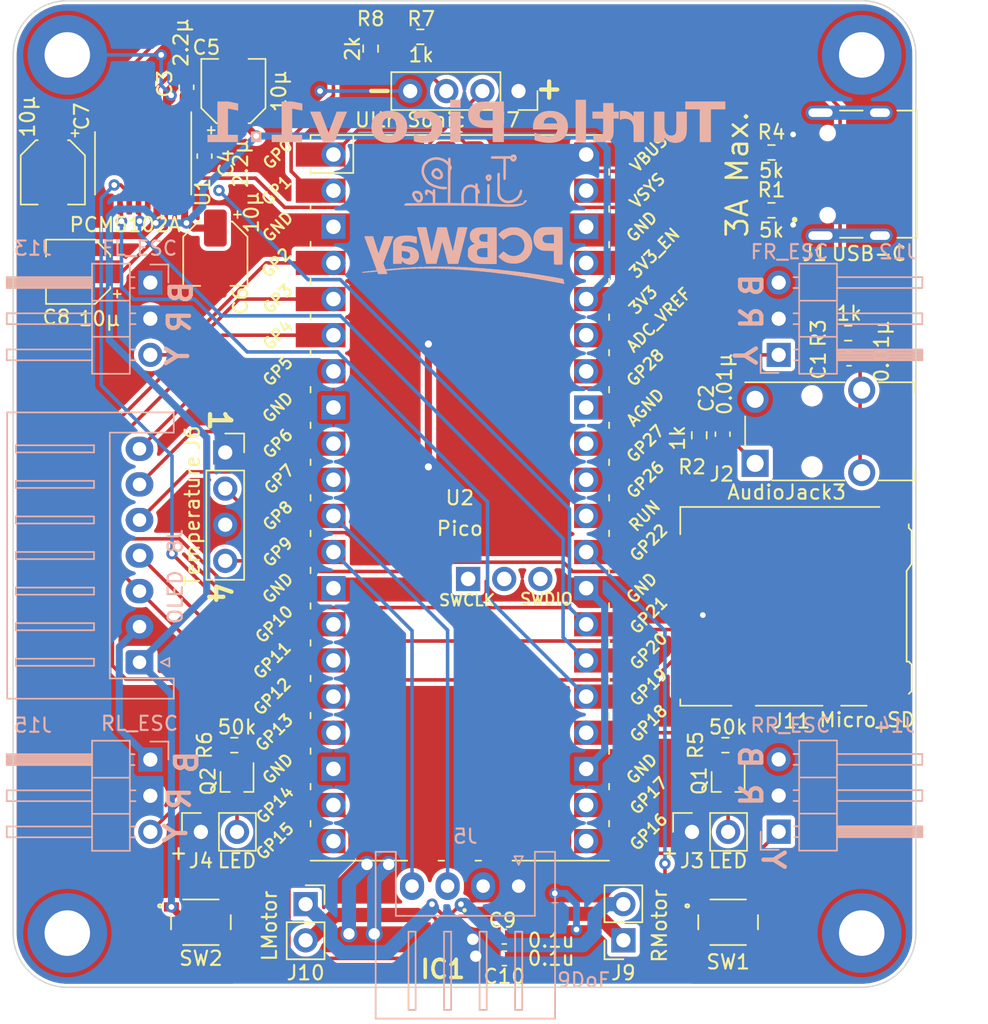
<source format=kicad_pcb>
(kicad_pcb (version 20221018) (generator pcbnew)
  (layers (0 "F.Cu" signal) (31 "B.Cu" signal) (34 "B.Paste" user) (35 "F.Paste" user) (36 "B.SilkS" user "B.Silkscreen") (37 "F.SilkS" user "F.Silkscreen") (38 "B.Mask" user) (39 "F.Mask" user) (44 "Edge.Cuts" user))
  (net 0 "")
  (net 1 "GND")
  (net 2 "+3.3V")
  (net 3 "+5V")
  (net 4 "Net-(J1-DN1)")
  (net 7 "Net-(J3-Pin_2)")
  (net 8 "/GP8")
  (net 9 "/GP9")
  (net 10 "/GP13")
  (net 11 "/GP10")
  (net 12 "/GP11")
  (net 13 "/GP16")
  (net 14 "/GP17")
  (net 15 "/GP15")
  (net 16 "/GP7")
  (net 17 "/GP2")
  (net 18 "/GP3")
  (net 19 "/GP4")
  (net 20 "/GP5")
  (net 21 "/GP12")
  (net 22 "/GP6")
  (net 23 "Net-(Q1-B)")
  (net 24 "Net-(Q2-B)")
  (net 25 "/GP28")
  (net 26 "/GP27")
  (net 27 "/GP14")
  (net 28 "/GP22")
  (net 29 "/GP18")
  (net 30 "/GP19")
  (net 31 "/GP20")
  (net 32 "/GP21")
  (net 33 "Net-(C1-Pad1)")
  (net 34 "Net-(U1-CAPP)")
  (net 35 "Net-(U1-CAPM)")
  (net 36 "Net-(U1-VNEG)")
  (net 37 "Net-(U1-LDOO)")
  (net 38 "Net-(IC1-AOUT1)")
  (net 39 "Net-(IC1-AOUT2)")
  (net 40 "Net-(IC1-BOUT1)")
  (net 41 "Net-(IC1-BOUT2)")
  (net 42 "Net-(J1-CC1)")
  (net 43 "Net-(J1-DP1)")
  (net 44 "Net-(J1-CC2)")
  (net 45 "Net-(J4-Pin_2)")
  (net 46 "Net-(J7-Pin_3)")
  (net 47 "/GP0")
  (net 48 "/GP1")
  (net 53 "Net-(C2-Pad1)")
  (net 54 "Net-(U1-OUTR)")
  (net 55 "Net-(U1-OUTL)")
  (footprint "MountingHole:MountingHole_3.2mm_M3_DIN965_Pad" (layer "F.Cu") (at 117.856 126.492)
    (fp_text reference "REF**")
    (fp_text value "MountingHole_3.2mm_M3_DIN965_Pad" hide)
  )
  (footprint "Package_TO_SOT_SMD:SOT-323_SC-70" (layer "F.Cu") (at 164.338 115.84 -90)
    (fp_text reference "Q1")
    (fp_text value "2SC4213" hide)
  )
  (footprint "Resistor_SMD:R_0603_1608Metric" (layer "F.Cu") (at 167.386 71.628)
    (fp_text reference "R4")
    (fp_text value "5k")
  )
  (footprint "Resistor_SMD:R_0603_1608Metric" (layer "F.Cu") (at 139.192 64.325 -90)
    (fp_text reference "R8")
    (fp_text value "2k")
  )
  (footprint "Resistor_SMD:R_0603_1608Metric" (layer "F.Cu") (at 142.685 63.5 180)
    (fp_text reference "R7")
    (fp_text value "1k")
  )
  (footprint "DRV8835:DRV8835DSSR" (layer "F.Cu") (at 144.546 126.934 -90)
    (fp_text reference "IC1")
    (fp_text value "DRV8835DSSR" hide)
  )
  (footprint "Resistor_SMD:R_0603_1608Metric" (layer "F.Cu") (at 129.603 113.284 180)
    (fp_text reference "R6")
    (fp_text value "50k")
  )
  (footprint "MountingHole:MountingHole_3.2mm_M3_DIN965_Pad" (layer "F.Cu") (at 173.736 126.492)
    (fp_text reference "REF**")
    (fp_text value "MountingHole_3.2mm_M3_DIN965_Pad" hide)
  )
  (footprint "Resistor_SMD:R_0603_1608Metric" (layer "F.Cu") (at 164.147 113.284 180)
    (fp_text reference "R5")
    (fp_text value "50k")
  )
  (footprint "Connector_Audio:Jack_3.5mm_Switronic_ST-005-G_horizontal" (layer "F.Cu") (at 172.736 91.226 180)
    (fp_text reference "J2")
    (fp_text value "AudioJack3")
  )
  (footprint "Connector_PinSocket_2.54mm:PinSocket_1x02_P2.54mm_Vertical" (layer "F.Cu") (at 134.62 124.46)
    (fp_text reference "J10")
    (fp_text value "LMotor")
  )
  (footprint "Connector_PinSocket_2.54mm:PinSocket_1x02_P2.54mm_Vertical" (layer "F.Cu") (at 156.972 127 180)
    (fp_text reference "J9")
    (fp_text value "RMotor")
  )
  (footprint "Capacitor_SMD:C_0603_1608Metric" (layer "F.Cu") (at 163.957 91.427 90)
    (fp_text reference "C2")
    (fp_text value "0.01µ")
  )
  (footprint "SW_SKRPACE010:SW_SKRPACE010" (layer "F.Cu") (at 127.254 125.73)
    (fp_text reference "SW2")
    (fp_text value "SW_Push" hide)
  )
  (footprint "Capacitor_SMD:CP_Elec_4x5.4" (layer "F.Cu") (at 128.27 78.74 -90)
    (fp_text reference "C6")
    (fp_text value "10µ")
  )
  (footprint "Resistor_SMD:R_0603_1608Metric" (layer "F.Cu") (at 172.783 84.328)
    (fp_text reference "R3")
    (fp_text value "1k")
  )
  (footprint "Capacitor_SMD:C_0603_1608Metric" (layer "F.Cu") (at 126.238 67.043 90)
    (fp_text reference "C3")
    (fp_text value "2.2µ")
  )
  (footprint "Connector_PinSocket_2.54mm:PinSocket_1x04_P2.54mm_Vertical" (layer "F.Cu") (at 128.965 92.71)
    (fp_text reference "J6")
    (fp_text value "Temperature")
  )
  (footprint "Connector_PinSocket_2.54mm:PinSocket_1x02_P2.54mm_Vertical" (layer "F.Cu") (at 127.254 119.38 90)
    (fp_text reference "J4")
    (fp_text value "LED")
  )
  (footprint "Capacitor_SMD:C_0603_1608Metric" (layer "F.Cu") (at 148.59 126.746)
    (fp_text reference "C9")
    (fp_text value "0.1u")
  )
  (footprint "SW_SKRPACE010:SW_SKRPACE010" (layer "F.Cu") (at 164.338 125.73)
    (fp_text reference "SW1")
    (fp_text value "SW_Push" hide)
  )
  (footprint "Connector_PinSocket_2.54mm:PinSocket_1x04_P2.54mm_Vertical" (layer "F.Cu") (at 149.596 67.31 -90)
    (fp_text reference "J7")
    (fp_text value "UltraSonic")
  )
  (footprint "RPi_Pico:RPi_Pico_SMD_TH" (layer "F.Cu") (at 145.4659 95.9)
    (fp_text reference "U2")
    (fp_text value "Pico")
  )
  (footprint "Connector_Card:microSD_HC_Hirose_DM3AT-SF-PEJM5" (layer "F.Cu") (at 168.858 103.535 90)
    (fp_text reference "J11")
    (fp_text value "Micro_SD")
  )
  (footprint "Capacitor_SMD:CP_Elec_4x5.4" (layer "F.Cu") (at 118.618 80.01 180)
    (fp_text reference "C8")
    (fp_text value "10µ")
  )
  (footprint "Resistor_SMD:R_0603_1608Metric" (layer "F.Cu") (at 167.386 75.692)
    (fp_text reference "R1")
    (fp_text value "5k")
  )
  (footprint "Connector_PinSocket_2.54mm:PinSocket_1x02_P2.54mm_Vertical" (layer "F.Cu") (at 161.798 119.38 90)
    (fp_text reference "J3")
    (fp_text value "LED")
  )
  (footprint "Package_SO:TSSOP-20_4.4x6.5mm_P0.65mm" (layer "F.Cu") (at 123.19 72.39 -90)
    (fp_text reference "U1")
    (fp_text value "PCM5102A")
  )
  (footprint "Capacitor_SMD:C_0603_1608Metric" (layer "F.Cu") (at 148.603 128.27)
    (fp_text reference "C10")
    (fp_text value "0.1u")
  )
  (footprint "MountingHole:MountingHole_3.2mm_M3_DIN965_Pad" (layer "F.Cu") (at 117.856 64.77)
    (fp_text reference "REF**")
    (fp_text value "MountingHole_3.2mm_M3_DIN965_Pad" hide)
  )
  (footprint "NELTRON_5077CR-16SMC2-BK-TR:NELTRON_5077CR-16SMC2-BK-TR" (layer "F.Cu") (at 171.3375 73.15 90)
    (fp_text reference "J1")
    (fp_text value "USB-C")
  )
  (footprint "MountingHole:MountingHole_3.2mm_M3_DIN965_Pad" (layer "F.Cu") (at 173.736 64.77)
    (fp_text reference "REF**")
    (fp_text value "MountingHole_3.2mm_M3_DIN965_Pad" hide)
  )
  (footprint "Package_TO_SOT_SMD:SOT-323_SC-70" (layer "F.Cu") (at 129.794 115.84 -90)
    (fp_text reference "Q2")
    (fp_text value "2SC4213" hide)
  )
  (footprint "Capacitor_SMD:CP_Elec_4x5.4" (layer "F.Cu") (at 116.84 73.025 -90)
    (fp_text reference "C7")
    (fp_text value "10µ")
  )
  (footprint "Capacitor_SMD:CP_Elec_4x5.4" (layer "F.Cu") (at 129.54 67.31 90)
    (fp_text reference "C5")
    (fp_text value "10µ")
  )
  (footprint "Resistor_SMD:R_0603_1608Metric" (layer "F.Cu") (at 162.306 91.503 -90)
    (fp_text reference "R2")
    (fp_text value "1k")
  )
  (footprint "Capacitor_SMD:C_0603_1608Metric" (layer "F.Cu") (at 127.508 71.882 -90)
    (fp_text reference "C4")
    (fp_text value "2.2µ")
  )
  (footprint "Capacitor_SMD:C_0603_1608Metric" (layer "F.Cu") (at 172.847 86.106 180)
    (fp_text reference "C1")
    (fp_text value "0.01µ")
  )
  (footprint "Connector_PinHeader_2.54mm:PinHeader_1x03_P2.54mm_Horizontal" (layer "B.Cu") (at 167.894 119.365)
    (fp_text reference "J14")
    (fp_text value "RR_ESC")
  )
  (footprint "PCBWay:PCBWay" (layer "B.Cu") (at 145.796 78.74 180)
    (fp_text reference "G***" hide)
    (fp_text value "LOGO" hide)
  )
  (footprint "Connector_JST:JST_XH_S7B-XH-A_1x07_P2.50mm_Horizontal" (layer "B.Cu") (at 122.936 107.456 90)
    (fp_text reference "J8")
    (fp_text value "OLED")
  )
  (footprint "Connector_PinHeader_2.54mm:PinHeader_1x03_P2.54mm_Horizontal" (layer "B.Cu") (at 123.698 80.772 180)
    (fp_text reference "J13")
    (fp_text value "FL_ESC")
  )
  (footprint "Connector_PinHeader_2.54mm:PinHeader_1x03_P2.54mm_Horizontal" (layer "B.Cu") (at 167.894 85.852)
    (fp_text reference "J12")
    (fp_text value "FR_ESC")
  )
  (footprint "Connector_PinHeader_2.54mm:PinHeader_1x03_P2.54mm_Horizontal" (layer "B.Cu") (at 123.698 114.3 180)
    (fp_text reference "J15")
    (fp_text value "RL_ESC")
  )
  (footprint "JinPro:JinPro" (layer "B.Cu") (at 145.796 73.66 180)
    (fp_text reference "G***" hide)
    (fp_text value "LOGO" hide)
  )
  (footprint "Connector_JST:JST_XH_S4B-XH-A_1x04_P2.50mm_Horizontal" (layer "B.Cu") (at 149.606 123.19 180)
    (fp_text reference "J5")
    (fp_text value "9DoF")
  )
  (gr_line (start 177.546 64.770006) (end 177.546 126.492) (stroke (width 0.1)) (layer "Edge.Cuts"))
  (gr_line (start 117.856065 60.960025) (end 173.736 60.96) (stroke (width 0.1)) (layer "Edge.Cuts"))
  (gr_line (start 173.736 130.302) (end 117.856 130.302) (stroke (width 0.1)) (layer "Edge.Cuts"))
  (gr_arc (start 173.736 60.96) (mid 176.430085 62.075922) (end 177.546 64.77) (stroke (width 0.1)) (layer "Edge.Cuts"))
  (gr_arc (start 114.045987 64.770038) (mid 115.161934 62.075923) (end 117.856065 60.960025) (stroke (width 0.1)) (layer "Edge.Cuts"))
  (gr_line (start 114.046 126.492) (end 114.045987 64.770038) (stroke (width 0.1)) (layer "Edge.Cuts"))
  (gr_arc (start 177.546 126.492) (mid 176.430077 129.186077) (end 173.736 130.302) (stroke (width 0.1)) (layer "Edge.Cuts"))
  (gr_arc (start 117.856 130.302) (mid 115.161923 129.186077) (end 114.046 126.492) (stroke (width 0.1)) (layer "Edge.Cuts"))
  (gr_text "Y" (at 126.365 118.618 90) (layer "B.SilkS") (effects (font (size 1.5 1.5) (thickness 0.3) bold) (justify left bottom mirror)))
  (gr_text "R" (at 164.973 84.201 -90) (layer "B.SilkS") (effects (font (size 1.5 1.5) (thickness 0.3) bold) (justify left bottom mirror)))
  (gr_text "B" (at 127.127 113.538 90) (layer "B.SilkS") (effects (font (size 1.5 1.5) (thickness 0.3) bold) (justify left bottom mirror)))
  (gr_text "R" (at 126.619 116.078 90) (layer "B.SilkS") (effects (font (size 1.5 1.5) (thickness 0.3) bold) (justify left bottom mirror)))
  (gr_text "Y" (at 166.624 122.174 -90) (layer "B.SilkS") (effects (font (size 1.5 1.5) (thickness 0.3) bold) (justify left bottom mirror)))
  (gr_text "R" (at 126.619 82.55 90) (layer "B.SilkS") (effects (font (size 1.5 1.5) (thickness 0.3) bold) (justify left bottom mirror)))
  (gr_text "Y" (at 164.592 86.741 -90) (layer "B.SilkS") (effects (font (size 1.5 1.5) (thickness 0.3) bold) (justify left bottom mirror)))
  (gr_text "B" (at 166.878 80.01 90) (layer "B.SilkS") (effects (font (size 1.5 1.5) (thickness 0.3) bold) (justify left bottom mirror)))
  (gr_text "B" (at 164.973 115.062 -90) (layer "B.SilkS") (effects (font (size 1.5 1.5) (thickness 0.3) bold) (justify left bottom mirror)))
  (gr_text "Y" (at 126.492 85.09 90) (layer "B.SilkS") (effects (font (size 1.5 1.5) (thickness 0.3) bold) (justify left bottom mirror)))
  (gr_text "Turtle Pico v1.1" (at 145.796 71.374) (layer "B.SilkS") (effects (font (size 2.8 3) (thickness 0.3) bold) (justify bottom mirror)))
  (gr_text "B" (at 126.746 80.518 90) (layer "B.SilkS") (effects (font (size 1.5 1.5) (thickness 0.3) bold) (justify left bottom mirror)))
  (gr_text "R" (at 164.973 117.729 -90) (layer "B.SilkS") (effects (font (size 1.5 1.5) (thickness 0.3) bold) (justify left bottom mirror)))
  (gr_text "3A Max." (at 165.862 77.724 90) (layer "F.SilkS") (effects (font (size 1.5 1.5) (thickness 0.1875)) (justify left bottom)))
  (gr_text "+" (at 124.968 121.412) (layer "F.SilkS") (effects (font (size 1 1)) (justify left bottom)))
  (gr_text "1" (at 127.695 89.535 -90) (layer "F.SilkS") (effects (font (size 1.5 1.5) (thickness 0.3) bold) (justify left bottom)))
  (gr_text "+" (at 150.622 67.975) (layer "F.SilkS") (effects (font (size 1.5 1.5) (thickness 0.3) bold) (justify left bottom)))
  (gr_text "4" (at 127.635 101.66 -90) (layer "F.SilkS") (effects (font (size 1.5 1.5) (thickness 0.3) bold) (justify left bottom)))
  (gr_text "+" (at 159.512 121.412) (layer "F.SilkS") (effects (font (size 1 1)) (justify left bottom)))
  (gr_text "-" (at 138.684 68.072) (layer "F.SilkS") (effects (font (size 1.5 1.5) (thickness 0.3) bold) (justify left bottom)))
  (segment (start 137.7509 98.345) (end 138.938 97.1579) (width 0.25) (layer "F.Cu") (net 1))
  (segment (start 128.965 97.79) (end 129.52 98.345) (width 0.25) (layer "F.Cu") (net 1))
  (segment (start 137.048 89.55) (end 136.5759 89.55) (width 0.25) (layer "F.Cu") (net 1))
  (segment (start 138.938 97.1579) (end 138.938 91.44) (width 0.25) (layer "F.Cu") (net 1))
  (segment (start 138.938 91.44) (end 137.048 89.55) (width 0.25) (layer "F.Cu") (net 1))
  (segment (start 129.52 98.345) (end 137.7509 98.345) (width 0.25) (layer "F.Cu") (net 1))
  (via (at 137.668 126.5428) (size 1.2) (drill 0.8) (layers "F.Cu" "B.Cu") (net 1))
  (via (at 152.146 123.698) (size 0.8) (drill 0.4) (layers "F.Cu" "B.Cu") (net 1))
  (via (at 135.636 67.31) (size 0.8) (drill 0.4) (layers "F.Cu" "B.Cu") (net 1))
  (via (at 125.163 67.604959) (size 0.8) (drill 0.4) (layers "F.Cu" "B.Cu") (net 1))
  (via (at 138.938 121.666) (size 1.2) (drill 0.8) (layers "F.Cu" "B.Cu") (net 1))
  (via (at 124.46 64.77) (size 0.8) (drill 0.4) (layers "F.Cu" "B.Cu") (net 1))
  (via (at 140.462 121.666) (size 1.2) (drill 0.8) (layers "F.Cu" "B.Cu") (net 1))
  (via (at 139.446 126.5428) (size 1.2) (drill 0.8) (layers "F.Cu" "B.Cu") (net 1))
  (via (at 153.67 126.238) (size 0.8) (drill 0.4) (layers "F.Cu" "B.Cu") (net 1))
  (segment (start 153.67 124.46) (end 153.67 126.238) (width 0.48) (layer "B.Cu") (net 1))
  (segment (start 155.6559 113.65) (end 155.6559 103.55) (width 0.5) (layer "B.Cu") (net 1))
  (segment (start 153.67 124.46) (end 152.908 123.698) (width 0.48) (layer "B.Cu") (net 1))
  (segment (start 170.8375 68.83) (end 175.0175 68.83) (width 1) (layer "B.Cu") (net 1))
  (segment (start 170.8375 77.47) (end 175.0175 77.47) (width 1) (layer "B.Cu") (net 1))
  (segment (start 139.446 126.5428) (end 139.446 122.682) (width 1) (layer "B.Cu") (net 1))
  (segment (start 124.46 66.901959) (end 125.163 67.604959) (width 0.25) (layer "B.Cu") (net 1))
  (segment (start 137.668 126.5428) (end 137.668 122.936) (width 1) (layer "B.Cu") (net 1))
  (segment (start 152.908 123.698) (end 152.146 123.698) (width 0.48) (layer "B.Cu") (net 1))
  (segment (start 139.446 122.682) (end 140.462 121.666) (width 1) (layer "B.Cu") (net 1))
  (segment (start 124.46 64.77) (end 124.46 66.901959) (width 0.25) (layer "B.Cu") (net 1))
  (segment (start 155.6559 103.55) (end 154.3559 102.25) (width 0.5) (layer "B.Cu") (net 1))
  (segment (start 123.698 114.3) (end 121.511 112.113) (width 0.5) (layer "B.Cu") (net 1))
  (segment (start 137.668 122.936) (end 138.938 121.666) (width 1) (layer "B.Cu") (net 1))
  (segment (start 124.46 64.77) (end 117.856 64.77) (width 0.25) (layer "B.Cu") (net 1))
  (segment (start 121.511 112.113) (end 121.511 106.381) (width 0.5) (layer "B.Cu") (net 1))
  (segment (start 121.511 106.381) (end 122.936 104.956) (width 0.5) (layer "B.Cu") (net 1))
  (segment (start 154.3559 114.95) (end 155.6559 113.65) (width 0.5) (layer "B.Cu") (net 1))
  (segment (start 141.976 67.31) (end 135.636 67.31) (width 0.25) (layer "B.Cu") (net 1))
  (segment (start 128.27 76.94) (end 126.732 76.94) (width 0.5) (layer "F.Cu") (net 2))
  (segment (start 129.1225 69.5275) (end 129.54 69.11) (width 0.5) (layer "F.Cu") (net 2))
  (segment (start 115.57 76.151878) (end 115.57 72.495) (width 0.5) (layer "F.Cu") (net 2))
  (segment (start 126.373 76.581) (end 126.238 76.581) (width 0.5) (layer "F.Cu") (net 2))
  (segment (start 124.165 76.427082) (end 124.079 76.513082) (width 0.5) (layer "F.Cu") (net 2))
  (segment (start 126.238 76.446) (end 126.115 76.323) (width 0.5) (layer "F.Cu") (net 2))
  (segment (start 123.122082 77.47) (end 116.888122 77.47) (width 0.5) (layer "F.Cu") (net 2))
  (segment (start 120.735588 71.225) (end 116.84 71.225) (width 0.5) (layer "F.Cu") (net 2))
  (segment (start 163.238 125.63) (end 162.263 124.655) (width 0.5) (layer "F.Cu") (net 2))
  (segment (start 121.565 69.5275) (end 121.565 70.395588) (width 0.5) (layer "F.Cu") (net 2))
  (segment (start 126.115 76.323) (end 126.115 75.2525) (width 0.5) (layer "F.Cu") (net 2))
  (segment (start 126.732 76.94) (end 126.373 76.581) (width 0.5) (layer "F.Cu") (net 2))
  (segment (start 129.54 69.11) (end 129.786918 69.11) (width 0.5) (layer "F.Cu") (net 2))
  (segment (start 163.238 127.58) (end 163.238 125.63) (width 0.5) (layer "F.Cu") (net 2))
  (segment (start 124.079 76.581) (end 124.011082 76.581) (width 0.5) (layer "F.Cu") (net 2))
  (segment (start 129.786918 69.11) (end 131.146918 70.47) (width 0.5) (layer "F.Cu") (net 2))
  (segment (start 126.238 76.581) (end 126.238 76.446) (width 0.5) (layer "F.Cu") (net 2))
  (segment (start 116.888122 77.47) (end 115.57 76.151878) (width 0.5) (layer "F.Cu") (net 2))
  (segment (start 126.115 69.5275) (end 129.1225 69.5275) (width 0.5) (layer "F.Cu") (net 2))
  (segment (start 121.565 70.395588) (end 120.735588 71.225) (width 0.5) (layer "F.Cu") (net 2))
  (segment (start 124.165 75.2525) (end 124.165 76.427082) (width 0.5) (layer "F.Cu") (net 2))
  (segment (start 125.179 124.655) (end 130.269 129.745) (width 0.5) (layer "F.Cu") (net 2))
  (segment (start 124.011082 76.581) (end 123.122082 77.47) (width 0.5) (layer "F.Cu") (net 2))
  (segment (start 124.079 76.513082) (end 124.079 76.581) (width 0.5) (layer "F.Cu") (net 2))
  (segment (start 130.269 129.745) (end 161.073 129.745) (width 0.5) (layer "F.Cu") (net 2))
  (segment (start 161.073 129.745) (end 163.238 127.58) (width 0.5) (layer "F.Cu") (net 2))
  (segment (start 115.57 72.495) (end 116.84 71.225) (width 0.5) (layer "F.Cu") (net 2))
  (via (at 131.146918 70.47) (size 0.8) (drill 0.4) (layers "F.Cu" "B.Cu") (net 2))
  (via (at 125.179 124.655) (size 0.8) (drill 0.4) (layers "F.Cu" "B.Cu") (net 2))
  (via (at 126.238 76.581) (size 0.8) (drill 0.4) (layers "F.Cu" "B.Cu") (net 2))
  (via (at 124.079 76.581) (size 0.8) (drill 0.4) (layers "F.Cu" "B.Cu") (net 2))
  (segment (start 124.079 76.581) (end 126.238 76.581) (width 0.5) (layer "B.Cu") (net 2))
  (segment (start 127.381 74.235918) (end 131.146918 70.47) (width 0.5) (layer "B.Cu") (net 2))
  (segment (start 125.179 109.699) (end 125.179 124.655) (width 0.5) (layer "B.Cu") (net 2))
  (segment (start 124.079 76.394918) (end 124.079 76.581) (width 0.5) (layer "B.Cu") (net 2))
  (segment (start 120.816 76.101918) (end 121.313918 75.604) (width 0.5) (layer "B.Cu") (net 2))
  (segment (start 123.288082 75.604) (end 124.079 76.394918) (width 0.5) (layer "B.Cu") (net 2))
  (segment (start 122.936 107.456) (end 127.665 102.727) (width 0.5) (layer "B.Cu") (net 2))
  (segment (start 155.829 80.4569) (end 154.3559 81.93) (width 0.5) (layer "B.Cu") (net 2))
  (segment (start 131.146918 70.47) (end 154.925 70.47) (width 0.5) (layer "B.Cu") (net 2))
  (segment (start 126.238 76.581) (end 127.381 75.438) (width 0.5) (layer "B.Cu") (net 2))
  (segment (start 127.665 102.727) (end 127.665 91.657478) (width 0.5) (layer "B.Cu") (net 2))
  (segment (start 127.381 75.438) (end 127.381 74.235918) (width 0.5) (layer "B.Cu") (net 2))
  (segment (start 122.936 107.456) (end 125.179 109.699) (width 0.5) (layer "B.Cu") (net 2))
  (segment (start 121.313918 75.604) (end 123.288082 75.604) (width 0.5) (layer "B.Cu") (net 2))
  (segment (start 154.925 70.47) (end 155.829 71.374) (width 0.5) (layer "B.Cu") (net 2))
  (segment (start 155.829 71.374) (end 155.829 80.4569) (width 0.5) (layer "B.Cu") (net 2))
  (segment (start 120.816 84.808478) (end 120.816 76.101918) (width 0.5) (layer "B.Cu") (net 2))
  (segment (start 127.665 91.657478) (end 120.816 84.808478) (width 0.5) (layer "B.Cu") (net 2))
  (segment (start 161.133 104.06) (end 162.48 104.06) (width 0.25) (layer "F.Cu") (net 3))
  (segment (start 169.302 70.75) (end 170.1437 70.75) (width 0.5) (layer "F.Cu") (net 3))
  (segment (start 147.815 128.257) (end 147.828 128.27) (width 1) (layer "F.Cu") (net 3))
  (segment (start 170.2725 75.55) (end 169.33 75.55) (width 0.5) (layer "F.Cu") (net 3))
  (segment (start 168.91 70.358) (end 169.302 70.75) (width 0.5) (layer "F.Cu") (net 3))
  (segment (start 162.48 104.06) (end 162.56 104.14) (width 0.25) (layer "F.Cu") (net 3))
  (segment (start 168.91 76.708) (end 169.061 76.557) (width 0.5) (layer "F.Cu") (net 3))
  (segment (start 169.33 75.55) (end 169.061 75.819) (width 0.5) (layer "F.Cu") (net 3))
  (segment (start 143.256 85.09) (end 143.256 93.726) (width 0.5) (layer "F.Cu") (net 3))
  (segment (start 169.061 76.557) (end 169.061 75.819) (width 0.5) (layer "F.Cu") (net 3))
  (segment (start 145.296 127.884) (end 145.796 127.884) (width 0.25) (layer "F.Cu") (net 3))
  (via (at 146.3802 126.9238) (size 1.2) (drill 0.8) (layers "F.Cu" "B.Cu") (net 3))
  (via (at 146.5834 128.1176) (size 1.2) (drill 0.8) (layers "F.Cu" "B.Cu") (net 3))
  (via (at 143.256 93.726) (size 0.8) (drill 0.5) (layers "F.Cu" "B.Cu") (net 3))
  (via (at 162.56 104.14) (size 0.8) (drill 0.4) (layers "F.Cu" "B.Cu") (net 3))
  (via (at 143.256 85.09) (size 0.8) (drill 0.5) (layers "F.Cu" "B.Cu") (net 3))
  (via (at 168.91 70.358) (size 0.8) (drill 0.4) (layers "F.Cu" "B.Cu") (net 3))
  (via (at 168.91 76.708) (size 0.8) (drill 0.4) (layers "F.Cu" "B.Cu") (net 3))
  (segment (start 143.3789 70.926566) (end 143.792466 70.513) (width 0.25) (layer "F.Cu") (net 4))
  (segment (start 171.196 73.8515) (end 171.196 72.9485) (width 0.25) (layer "F.Cu") (net 4))
  (segment (start 147.822334 75.485) (end 145.732334 73.395) (width 0.25) (layer "F.Cu") (net 4))
  (segment (start 145.3789 70.513) (end 146.4659 71.6) (width 0.25) (layer "F.Cu") (net 4))
  (segment (start 158.9159 73.9) (end 157.3309 75.485) (width 0.25) (layer "F.Cu") (net 4))
  (segment (start 170.2725 73.9) (end 171.1475 73.9) (width 0.25) (layer "F.Cu") (net 4))
  (segment (start 143.3789 72.273434) (end 143.3789 70.926566) (width 0.25) (layer "F.Cu") (net 4))
  (segment (start 145.732334 73.395) (end 144.500466 73.395) (width 0.25) (layer "F.Cu") (net 4))
  (segment (start 171.196 72.9485) (end 171.1475 72.9) (width 0.25) (layer "F.Cu") (net 4))
  (segment (start 171.1475 73.9) (end 171.196 73.8515) (width 0.25) (layer "F.Cu") (net 4))
  (segment (start 170.2725 73.9) (end 158.9159 73.9) (width 0.25) (layer "F.Cu") (net 4))
  (segment (start 144.500466 73.395) (end 143.3789 72.273434) (width 0.25) (layer "F.Cu") (net 4))
  (segment (start 171.1475 72.9) (end 170.2725 72.9) (width 0.25) (layer "F.Cu") (net 4))
  (segment (start 143.792466 70.513) (end 145.3789 70.513) (width 0.25) (layer "F.Cu") (net 4))
  (segment (start 157.3309 75.485) (end 147.822334 75.485) (width 0.25) (layer "F.Cu") (net 4))
  (segment (start 164.338 119.38) (end 164.338 116.84) (width 0.25) (layer "F.Cu") (net 7))
  (segment (start 136.5759 97.17) (end 130.885 97.17) (width 0.25) (layer "F.Cu") (net 8))
  (segment (start 130.885 97.17) (end 128.965 95.25) (width 0.25) (layer "F.Cu") (net 8))
  (segment (start 144.606 105.2001) (end 136.5759 97.17) (width 0.25) (layer "B.Cu") (net 8))
  (segment (start 144.606 123.19) (end 144.606 105.2001) (width 0.25) (layer "B.Cu") (net 8))
  (segment (start 135.9559 100.33) (end 136.5759 99.71) (width 0.25) (layer "F.Cu") (net 9))
  (segment (start 136.5759 99.71) (end 135.8309 98.965) (width 0.25) (layer "F.Cu") (net 9))
  (segment (start 128.965 100.33) (end 135.9559 100.33) (width 0.25) (layer "F.Cu") (net 9))
  (segment (start 142.106 105.2401) (end 136.5759 99.71) (width 0.25) (layer "B.Cu") (net 9))
  (segment (start 142.106 123.19) (end 142.106 105.2401) (width 0.25) (layer "B.Cu") (net 9))
  (segment (start 127.508 115.57) (end 130.81 115.57) (width 0.25) (layer "F.Cu") (net 10))
  (segment (start 133.97 112.41) (end 136.5759 112.41) (width 0.25) (layer "F.Cu") (net 10))
  (segment (start 130.81 115.57) (end 133.97 112.41) (width 0.25) (layer "F.Cu") (net 10))
  (segment (start 123.698 119.38) (end 127.508 115.57) (width 0.25) (layer "F.Cu") (net 10))
  (segment (start 158.1359 105.16) (end 157.3309 105.965) (width 0.25) (layer "F.Cu") (net 11))
  (segment (start 136.5759 104.79) (end 127.77 104.79) (width 0.25) (layer "F.Cu") (net 11))
  (segment (start 158.1359 105.16) (end 161.133 105.16) (width 0.25) (layer "F.Cu") (net 11))
  (segment (start 137.7509 105.965) (end 136.5759 104.79) (width 0.25) (layer "F.Cu") (net 11))
  (segment (start 127.77 104.79) (end 122.936 99.956) (width 0.25) (layer "F.Cu") (net 11))
  (segment (start 157.3309 105.965) (end 137.7509 105.965) (width 0.25) (layer "F.Cu") (net 11))
  (segment (start 121.539 99.441) (end 121.539 101.059) (width 0.25) (layer "F.Cu") (net 12))
  (segment (start 144.225 101.075) (end 144.875 100.425) (width 0.25) (layer "F.Cu") (net 12))
  (segment (start 127.81 107.33) (end 122.936 102.456) (width 0.25) (layer "F.Cu") (net 12))
  (segment (start 152.749 100.425) (end 153.399 101.075) (width 0.25) (layer "F.Cu") (net 12))
  (segment (start 122.199 98.781) (end 125.754299 98.781) (width 0.25) (layer "F.Cu") (net 12))
  (segment (start 121.539 101.059) (end 122.936 102.456) (width 0.25) (layer "F.Cu") (net 12))
  (segment (start 132.8219 101.854) (end 133.6009 101.075) (width 0.25) (layer "F.Cu") (net 12))
  (segment (start 125.754299 98.781) (end 128.827299 101.854) (width 0.25) (layer "F.Cu") (net 12))
  (segment (start 133.6009 101.075) (end 144.225 101.075) (width 0.25) (layer "F.Cu") (net 12))
  (segment (start 121.539 99.441) (end 122.199 98.781) (width 0.25) (layer "F.Cu") (net 12))
  (segment (start 153.399 101.075) (end 158.726 101.075) (width 0.25) (layer "F.Cu") (net 12))
  (segment (start 158.726 101.075) (end 160.611 102.96) (width 0.25) (layer "F.Cu") (net 12))
  (segment (start 160.611 102.96) (end 161.133 102.96) (width 0.25) (layer "F.Cu") (net 12))
  (segment (start 128.827299 101.854) (end 132.8219 101.854) (width 0.25) (layer "F.Cu") (net 12))
  (segment (start 144.875 100.425) (end 152.749 100.425) (width 0.25) (layer "F.Cu") (net 12))
  (segment (start 136.5759 107.33) (end 127.81 107.33) (width 0.25) (layer "F.Cu") (net 12))
  (segment (start 166.379 120.88) (end 155.2059 120.88) (width 0.25) (layer "F.Cu") (net 13))
  (segment (start 167.894 119.365) (end 166.379 120.88) (width 0.25) (layer "F.Cu") (net 13))
  (segment (start 155.2059 120.88) (end 154.3559 120.03) (width 0.25) (layer "F.Cu") (net 13))
  (segment (start 157.226 122.682) (end 154.6579 122.682) (width 0.25) (layer "F.Cu") (net 14))
  (segment (start 158.496 123.952) (end 157.226 122.682) (width 0.25) (layer "F.Cu") (net 14))
  (segment (start 154.6579 122.682) (end 153.1809 121.205) (width 0.25) (layer "F.Cu") (net 14))
  (segment (start 153.1809 121.205) (end 153.1809 118.665) (width 0.25) (layer "F.Cu") (net 14))
  (segment (start 144.796 128.409) (end 145.482 129.095) (width 0.25) (layer "F.Cu") (net 14))
  (segment (start 145.482 129.095) (end 157.227 129.095) (width 0.25) (layer "F.Cu") (net 14))
  (segment (start 153.1809 118.665) (end 154.3559 117.49) (width 0.25) (layer "F.Cu") (net 14))
  (segment (start 144.796 127.884) (end 144.796 128.409) (width 0.25) (layer "F.Cu") (net 14))
  (segment (start 158.496 127.826) (end 158.496 123.952) (width 0.25) (layer "F.Cu") (net 14))
  (segment (start 157.227 129.095) (end 158.496 127.826) (width 0.25) (layer "F.Cu") (net 14))
  (segment (start 136.5759 120.03) (end 135.373819 120.03) (width 0.25) (layer "F.Cu") (net 15))
  (segment (start 135.373819 120.03) (end 132.995 122.408819) (width 0.25) (layer "F.Cu") (net 15))
  (segment (start 132.995 127.789396) (end 133.925604 128.72) (width 0.25) (layer "F.Cu") (net 15))
  (segment (start 143.796 128.409) (end 143.796 127.884) (width 0.25) (layer "F.Cu") (net 15))
  (segment (start 133.925604 128.72) (end 143.485 128.72) (width 0.25) (layer "F.Cu") (net 15))
  (segment (start 132.995 122.408819) (end 132.995 127.789396) (width 0.25) (layer "F.Cu") (net 15))
  (segment (start 143.485 128.72) (end 143.796 128.409) (width 0.25) (layer "F.Cu") (net 15))
  (segment (start 136.5759 94.63) (end 136.0209 94.075) (width 0.25) (layer "F.Cu") (net 16))
  (segment (start 136.0209 94.075) (end 126.317 94.075) (width 0.25) (layer "F.Cu") (net 16))
  (segment (start 126.317 94.075) (end 122.936 97.456) (width 0.25) (layer "F.Cu") (net 16))
  (segment (start 125.3781 85.852) (end 123.698 85.852) (width 0.25) (layer "F.Cu") (net 17))
  (segment (start 136.5759 79.39) (end 131.8401 79.39) (width 0.25) (layer "F.Cu") (net 17))
  (segment (start 131.8401 79.39) (end 125.3781 85.852) (width 0.25) (layer "F.Cu") (net 17))
  (segment (start 136.5759 79.39) (end 136.6729 79.487) (width 0.25) (layer "F.Cu") (net 17))
  (segment (start 136.5759 81.93) (end 129.936496 81.93) (width 0.25) (layer "F.Cu") (net 18))
  (segment (start 125.179 126.805) (end 123.503 126.805) (width 0.25) (layer "F.Cu") (net 18))
  (segment (start 119.888 91.978496) (end 119.888 123.19) (width 0.25) (layer "F.Cu") (net 18))
  (segment (start 123.503 126.805) (end 119.888 123.19) (width 0.25) (layer "F.Cu") (net 18))
  (segment (start 129.936496 81.93) (end 119.888 91.978496) (width 0.25) (layer "F.Cu") (net 18))
  (segment (start 128.778 111.126) (end 126.283 108.631) (width 0.25) (layer "F.Cu") (net 19))
  (segment (start 121.031 107.6961) (end 121.031 92.202) (width 0.25) (layer "F.Cu") (net 19))
  (segment (start 126.283 108.631) (end 121.9659 108.631) (width 0.25) (layer "F.Cu") (net 19))
  (segment (start 121.9659 108.631) (end 121.031 107.6961) (width 0.25) (layer "F.Cu") (net 19))
  (segment (start 128.763 84.47) (end 136.5759 84.47) (width 0.25) (layer "F.Cu") (net 19))
  (segment (start 128.844 112.842) (end 128.778 112.776) (width 0.25) (layer "F.Cu") (net 19))
  (segment (start 121.031 92.202) (end 128.763 84.47) (width 0.25) (layer "F.Cu") (net 19))
  (segment (start 128.778 112.776) (end 128.778 111.126) (width 0.25) (layer "F.Cu") (net 19))
  (segment (start 128.382 87.01) (end 136.5759 87.01) (width 0.25) (layer "F.Cu") (net 20))
  (segment (start 122.936 92.456) (end 128.382 87.01) (width 0.25) (layer "F.Cu") (net 20))
  (segment (start 159.075 108.695) (end 160.41 107.36) (width 0.25) (layer "F.Cu") (net 21))
  (segment (start 160.41 107.36) (end 161.133 107.36) (width 0.25) (layer "F.Cu") (net 21))
  (segment (start 136.5759 109.87) (end 137.7509 108.695) (width 0.25) (layer "F.Cu") (net 21))
  (segment (start 137.7509 108.695) (end 159.075 108.695) (width 0.25) (layer "F.Cu") (net 21))
  (segment (start 126.652 91.24) (end 122.936 94.956) (width 0.25) (layer "F.Cu") (net 22))
  (segment (start 135.7259 91.24) (end 126.652 91.24) (width 0.25) (layer "F.Cu") (net 22))
  (segment (start 136.5759 92.09) (end 135.7259 91.24) (width 0.25) (layer "F.Cu") (net 22))
  (segment (start 164.988 114.84) (end 164.988 113.3) (width 0.25) (layer "F.Cu") (net 23))
  (segment (start 164.988 113.3) (end 164.972 113.284) (width 0.25) (layer "F.Cu") (net 23))
  (segment (start 130.444 114.84) (end 130.444 113.3) (width 0.25) (layer "F.Cu") (net 24))
  (segment (start 130.444 113.3) (end 130.428 113.284) (width 0.25) (layer "F.Cu") (net 24))
  (segment (start 155.5139 85.852) (end 154.3559 87.01) (width 0.25) (layer "F.Cu") (net 25))
  (segment (start 167.894 85.852) (end 155.5139 85.852) (width 0.25) (layer "F.Cu") (net 25))
  (segment (start 155.9659 92.09) (end 158.75 94.8741) (width 0.25) (layer "F.Cu") (net 26))
  (segment (start 154.3559 92.09) (end 155.9659 92.09) (width 0.25) (layer "F.Cu") (net 26))
  (segment (start 158.75 94.8741) (end 158.75 99.85) (width 0.25) (layer "F.Cu") (net 26))
  (segment (start 160.76 101.86) (end 161.133 101.86) (width 0.25) (layer "F.Cu") (net 26))
  (segment (start 158.75 99.85) (end 160.76 101.86) (width 0.25) (layer "F.Cu") (net 26))
  (segment (start 133.445 127.603) (end 133.445 123.285) (width 0.25) (layer "F.Cu") (net 27))
  (segment (start 133.739208 129.17) (end 132.545 127.975792) (width 0.25) (layer "F.Cu") (net 27))
  (segment (start 132.545 119.9109) (end 134.9659 117.49) (width 0.25) (layer "F.Cu") (net 27))
  (segment (start 143.296 127.884) (end 142.91 128.27) (width 0.25) (layer "F.Cu") (net 27))
  (segment (start 144.296 128.545396) (end 143.671396 129.17) (width 0.25) (layer "F.Cu") (net 27))
  (segment (start 136.2739 122.682) (end 137.7509 121.205) (width 0.25) (layer "F.Cu") (net 27))
  (segment (start 143.671396 129.17) (end 133.739208 129.17) (width 0.25) (layer "F.Cu") (net 27))
  (segment (start 144.296 127.884) (end 144.296 128.545396) (width 0.25) (layer "F.Cu") (net 27))
  (segment (start 142.91 128.27) (end 134.112 128.27) (width 0.25) (layer "F.Cu") (net 27))
  (segment (start 132.545 127.975792) (end 132.545 119.9109) (width 0.25) (layer "F.Cu") (net 27))
  (segment (start 137.7509 118.665) (end 136.5759 117.49) (width 0.25) (layer "F.Cu") (net 27))
  (segment (start 134.112 128.27) (end 133.445 127.603) (width 0.25) (layer "F.Cu") (net 27))
  (segment (start 133.445 123.285) (end 134.048 122.682) (width 0.25) (layer "F.Cu") (net 27))
  (segment (start 134.9659 117.49) (end 136.5759 117.49) (width 0.25) (layer "F.Cu") (net 27))
  (segment (start 137.7509 121.205) (end 137.7509 118.665) (width 0.25) (layer "F.Cu") (net 27))
  (segment (start 134.048 122.682) (end 136.2739 122.682) (width 0.25) (layer "F.Cu") (net 27))
  (segment (start 162.263 126.805) (end 159.893 124.435) (width 0.25) (layer "F.Cu") (net 28))
  (segment (start 159.893 124.435) (end 159.893 121.605) (width 0.25) (layer "F.Cu") (net 28))
  (via (at 159.893 121.605) (size 0.8) (drill 0.4) (layers "F.Cu" "B.Cu") (net 28))
  (segment (start 159.893 105.2471) (end 154.3559 99.71) (width 0.25) (layer "B.Cu") (net 28))
  (segment (start 159.893 121.605) (end 159.893 105.2471) (width 0.25) (layer "B.Cu") (net 28))
  (segment (start 163.322 113.284) (end 162.18 113.284) (width 0.25) (layer "F.Cu") (net 29))
  (segment (start 161.306 112.41) (end 154.3559 112.41) (width 0.25) (layer "F.Cu") (net 29))
  (segment (start 162.18 113.284) (end 161.306 112.41) (width 0.25) (layer "F.Cu") (net 29))
  (segment (start 121.666 76.454) (end 121.666 75.3535) (width 0.25) (layer "F.Cu") (net 30))
  (segment (start 121.666 75.3535) (end 121.565 75.2525) (width 0.25) (layer "F.Cu") (net 30))
  (via (at 121.666 76.454) (size 0.8) (drill 0.4) (layers "F.Cu" "B.Cu") (net 30))
  (segment (start 122.523 81.947) (end 121.666 81.09) (width 0.25) (layer "B.Cu") (net 30))
  (segment (start 154.3559 109.87) (end 147.415 102.9291) (width 0.25) (layer "B.Cu") (net 30))
  (segment (start 126.81 81.947) (end 122.523 81.947) (width 0.25) (layer "B.Cu") (net 30))
  (segment (start 121.666 81.09) (end 121.666 76.454) (width 0.25) (layer "B.Cu") (net 30))
  (segment (start 136.872601 85.645) (end 130.508 85.645) (width 0.25) (layer "B.Cu") (net 30))
  (segment (start 147.415 96.187399) (end 136.872601 85.645) (width 0.25) (layer "B.Cu") (net 30))
  (segment (start 130.508 85.645) (end 126.81 81.947) (width 0.25) (layer "B.Cu") (net 30))
  (segment (start 147.415 102.9291) (end 147.415 96.187399) (width 0.25) (layer "B.Cu") (net 30))
  (segment (start 122.936 75.3235) (end 122.865 75.2525) (width 0.25) (layer "F.Cu") (net 31))
  (segment (start 122.936 76.454) (end 122.936 75.3235) (width 0.25) (layer "F.Cu") (net 31))
  (via (at 122.936 76.454) (size 0.8) (drill 0.4) (layers "F.Cu" "B.Cu") (net 31))
  (segment (start 152.7309 98.773299) (end 137.062601 83.105) (width 0.25) (layer "B.Cu") (net 31))
  (segment (start 128.698 83.105) (end 122.936 77.343) (width 0.25) (layer "B.Cu") (net 31))
  (segment (start 154.3559 107.33) (end 152.7309 105.705) (width 0.25) (layer "B.Cu") (net 31))
  (segment (start 122.936 77.343) (end 122.936 76.454) (width 0.25) (layer "B.Cu") (net 31))
  (segment (start 152.7309 105.705) (end 152.7309 98.773299) (width 0.25) (layer "B.Cu") (net 31))
  (segment (start 137.062601 83.105) (end 128.698 83.105) (width 0.25) (layer "B.Cu") (net 31))
  (segment (start 129.015 103.615) (end 126.746 101.346) (width 0.25) (layer "F.Cu") (net 32))
  (segment (start 126.746 101.346) (end 125.222 99.822) (width 0.25) (layer "F.Cu") (net 32))
  (segment (start 121.158 73.914) (end 121.613999 73.914) (width 0.25) (layer "F.Cu") (net 32))
  (segment (start 128.524 74.295) (end 128.419 74.19) (width 0.25) (layer "F.Cu") (net 32))
  (segment (start 154.3559 104.79) (end 153.1809 103.615) (width 0.25) (layer "F.Cu") (net 32))
  (segment (start 153.1809 103.615) (end 129.015 103.615) (width 0.25) (layer "F.Cu") (net 32))
  (segment (start 122.215 74.515001) (end 122.215 75.2525) (width 0.25) (layer "F.Cu") (net 32))
  (segment (start 121.613999 73.914) (end 122.215 74.515001) (width 0.25) (layer "F.Cu") (net 32))
  (via (at 121.158 73.914) (size 0.8) (drill 0.4) (layers "F.Cu" "B.Cu") (net 32))
  (via (at 125.222 99.822) (size 0.8) (drill 0.4) (layers "F.Cu" "B.Cu") (net 32))
  (via (at 128.524 74.295) (size 0.8) (drill 0.4) (layers "F.Cu" "B.Cu") (net 32))
  (segment (start 134.794 80.565) (end 128.524 74.295) (width 0.25) (layer "B.Cu") (net 32))
  (segment (start 120.241 87.974299) (end 120.241 74.831) (width 0.25) (layer "B.Cu") (net 32))
  (segment (start 153.1809 103.615) (end 153.1809 96.683299) (width 0.25) (layer "B.Cu") (net 32))
  (segment (start 125.222 92.955299) (end 120.241 87.974299) (width 0.25) (layer "B.Cu") (net 32))
  (segment (start 154.3559 104.79) (end 153.1809 103.615) (width 0.25) (layer "B.Cu") (net 32))
  (segment (start 125.222 99.822) (end 125.222 92.955299) (width 0.25) (layer "B.Cu") (net 32))
  (segment (start 153.1809 96.683299) (end 137.062601 80.565) (width 0.25) (layer "B.Cu") (net 32))
  (segment (start 120.241 74.831) (end 121.158 73.914) (width 0.25) (layer "B.Cu") (net 32))
  (segment (start 137.062601 80.565) (end 134.794 80.565) (width 0.25) (layer "B.Cu") (net 32))
  (segment (start 173.622 88.212) (end 173.736 88.326) (width 0.25) (layer "F.Cu") (net 33))
  (segment (start 173.622 84.342) (end 173.608 84.328) (width 0.25) (layer "F.Cu") (net 33))
  (segment (start 173.622 86.106) (end 173.622 84.342) (width 0.25) (layer "F.Cu") (net 33))
  (segment (start 173.622 86.106) (end 173.622 94.012) (width 0.25) (layer "F.Cu") (net 33))
  (segment (start 173.622 94.012) (end 173.736 94.126) (width 0.25) (layer "F.Cu") (net 33))
  (segment (start 125.465 69.5275) (end 125.465 68.591) (width 0.25) (layer "F.Cu") (net 34))
  (segment (start 125.465 68.591) (end 126.238 67.818) (width 0.25) (layer "F.Cu") (net 34))
  (segment (start 125.476 69.5165) (end 125.465 69.5275) (width 0.25) (layer "F.Cu") (net 34))
  (segment (start 124.994 66.268) (end 126.238 66.268) (width 0.25) (layer "F.Cu") (net 35))
  (segment (start 124.165 67.097) (end 124.994 66.268) (width 0.25) (layer "F.Cu") (net 35))
  (segment (start 124.165 69.5275) (end 124.165 67.097) (width 0.25) (layer "F.Cu") (net 35))
  (segment (start 124.357001 71.107) (end 123.515 70.264999) (width 0.25) (layer "F.Cu") (net 36))
  (segment (start 127.508 71.107) (end 124.357001 71.107) (width 0.25) (layer "F.Cu") (net 36))
  (segment (start 123.515 70.264999) (end 123.515 69.5275) (width 0.25) (layer "F.Cu") (net 36))
  (segment (start 120.418 80.01) (end 121.718 80.01) (width 0.25) (layer "F.Cu") (net 37))
  (segment (start 121.718 80.01) (end 124.815 76.913) (width 0.25) (layer "F.Cu") (net 37))
  (segment (start 124.815 76.913) (end 124.815 75.2525) (width 0.25) (layer "F.Cu") (net 37))
  (segment (start 145.449 125.315) (end 146.304 125.315) (width 0.25) (layer "F.Cu") (net 38))
  (segment (start 145.296 125.468) (end 145.449 125.315) (width 0.25) (layer "F.Cu") (net 38))
  (segment (start 145.296 125.984) (end 145.296 125.468) (width 0.25) (layer "F.Cu") (net 38))
  (segment (start 155.11 125.138) (end 146.621 125.138) (width 1) (layer "F.Cu") (net 38))
  (segment (start 146.621 125.138) (end 146.621 125.315) (width 1) (layer "F.Cu") (net 38))
  (segment (start 156.972 127) (end 155.11 125.138) (width 1) (layer "F.Cu") (net 38))
  (segment (start 144.796 125.206) (end 145.542 124.46) (width 0.25) (layer "F.Cu") (net 39))
  (segment (start 144.796 125.984) (end 144.796 125.206) (width 0.25) (layer "F.Cu") (net 39))
  (via (at 145.542 124.46) (size 0.8) (drill 0.4) (layers "F.Cu" "B.Cu") (net 39))
  (segment (start 148.632878 127.338) (end 145.810393 124.515515) (width 1) (layer "B.Cu") (net 39))
  (segment (start 154.94 125.289919) (end 154.94 126.523635) (width 1) (layer "B.Cu") (net 39))
  (segment (start 145.810393 124.515515) (end 145.597515 124.515515) (width 1) (layer "B.Cu") (net 39))
  (segment (start 154.94 126.523635) (end 154.125635 127.338) (width 1) (layer "B.Cu") (net 39))
  (segment (start 155.769919 124.46) (end 154.94 125.289919) (width 1) (layer "B.Cu") (net 39))
  (segment (start 154.125635 127.338) (end 148.632878 127.338) (width 1) (layer "B.Cu") (net 39))
  (segment (start 156.972 124.46) (end 155.769919 124.46) (width 1) (layer "B.Cu") (net 39))
  (segment (start 144.296 125.246) (end 143.51 124.46) (width 0.25) (layer "F.Cu") (net 40))
  (segment (start 144.296 125.984) (end 144.296 125.246) (width 0.25) (layer "F.Cu") (net 40))
  (via (at 143.51 124.46) (size 0.8) (drill 0.4) (layers "F.Cu" "B.Cu") (net 40))
  (segment (start 136.368 127.081278) (end 137.129522 127.8428) (width 1) (layer "B.Cu") (net 40))
  (segment (start 134.62 124.46) (end 136.368 126.208) (width 1) (layer "B.Cu") (net 40))
  (segment (start 137.129522 127.8428) (end 140.3812 127.8428) (width 1) (layer "B.Cu") (net 40))
  (segment (start 136.368 126.208) (end 136.368 127.081278) (width 1) (layer "B.Cu") (net 40))
  (segment (start 140.3812 127.8428) (end 143.51 124.714) (width 1) (layer "B.Cu") (net 40))
  (segment (start 134.62 127) (end 134.898726 127) (width 1) (layer "F.Cu") (net 41))
  (segment (start 143.796 125.526) (end 143.585 125.315) (width 0.25) (layer "F.Cu") (net 41))
  (segment (start 142.471 125.222) (end 142.471 125.315) (width 1) (layer "F.Cu") (net 41))
  (segment (start 143.585 125.315) (end 143.002 125.315) (width 0.25) (layer "F.Cu") (net 41))
  (segment (start 143.796 125.984) (end 143.796 125.526) (width 0.25) (layer "F.Cu") (net 41))
  (segment (start 136.676726 125.222) (end 142.471 125.222) (width 1) (layer "F.Cu") (net 41))
  (segment (start 134.898726 127) (end 136.676726 125.222) (width 1) (layer "F.Cu") (net 41))
  (segment (start 168.211 75.692) (end 168.211 75.217) (width 0.25) (layer "F.Cu") (net 42))
  (segment (start 168.211 75.217) (end 169.028 74.4) (width 0.25) (layer "F.Cu") (net 42))
  (segment (start 169.028 74.4) (end 170.2725 74.4) (width 0.25) (layer "F.Cu") (net 42))
  (segment (start 170.2725 73.4) (end 168.148 73.4) (width 0.25) (layer "F.Cu") (net 43))
  (segment (start 157.5959 73.4) (end 157.1409 72.945) (width 0.25) (layer "F.Cu") (net 43))
  (segment (start 157.1409 72.945) (end 145.8109 72.945) (width 0.25) (layer "F.Cu") (net 43))
  (segment (start 168.148 73.4) (end 157.5959 73.4) (width 0.25) (layer "F.Cu") (net 43))
  (segment (start 144.4659 71.6) (end 145.8109 72.945) (width 0.25) (layer "F.Cu") (net 43))
  (segment (start 170.2725 72.4) (end 169.3975 72.4) (width 0.25) (layer "F.Cu") (net 43))
  (segment (start 169.3975 72.4) (end 168.3975 73.4) (width 0.25) (layer "F.Cu") (net 43))
  (segment (start 168.211 71.628) (end 168.439 71.4) (width 0.25) (layer "F.Cu") (net 44))
  (segment (start 168.439 71.4) (end 170.2725 71.4) (width 0.25) (layer "F.Cu") (net 44))
  (segment (start 129.794 119.38) (end 129.794 116.84) (width 0.25) (layer "F.Cu") (net 45))
  (segment (start 143.51 66.304) (end 144.516 67.31) (width 0.25) (layer "F.Cu") (net 46))
  (segment (start 143.51 63.5) (end 143.51 66.304) (width 0.25) (layer "F.Cu") (net 46))
  (segment (start 138.2829 70.063) (end 136.5759 71.77) (width 0.25) (layer "F.Cu") (net 47))
  (segment (start 147.056 67.31) (end 144.303 70.063) (width 0.25) (layer "F.Cu") (net 47))
  (segment (start 144.303 70.063) (end 138.2829 70.063) (width 0.25) (layer "F.Cu") (net 47))
  (segment (start 139.192 63.5) (end 136.5759 66.1161) (width 0.25) (layer "F.Cu") (net 48))
  (segment (start 133.6009 72.945) (end 134.9659 74.31) (width 0.25) (layer "F.Cu") (net 48))
  (segment (start 134.9659 74.31) (end 136.5759 74.31) (width 0.25) (layer "F.Cu") (net 48))
  (segment (start 136.5759 67.62) (end 133.6009 70.595) (width 0.25) (layer "F.Cu") (net 48))
  (segment (start 136.5759 66.1161) (end 136.5759 67.62) (width 0.25) (layer "F.Cu") (net 48))
  (segment (start 139.192 63.5) (end 141.86 63.5) (width 0.25) (layer "F.Cu") (net 48))
  (segment (start 133.6009 70.595) (end 133.6009 72.945) (width 0.25) (layer "F.Cu") (net 48))
  (segment (start 163.957 92.202) (end 164.962 92.202) (width 0.25) (layer "F.Cu") (net 53))
  (segment (start 163.831 92.328) (end 163.957 92.202) (width 0.25) (layer "F.Cu") (net 53))
  (segment (start 162.306 92.328) (end 163.831 92.328) (width 0.25) (layer "F.Cu") (net 53))
  (segment (start 164.962 92.202) (end 166.236 93.476) (width 0.25) (layer "F.Cu") (net 53))
  (segment (start 144.272 79.248) (end 144.272 77.945666) (width 0.25) (layer "F.Cu") (net 54))
  (segment (start 144.272 77.945666) (end 141.811334 75.485) (width 0.25) (layer "F.Cu") (net 54))
  (segment (start 141.811334 75.485) (end 133.145052 75.485) (width 0.25) (layer "F.Cu") (net 54))
  (segment (start 124.486 73.432) (end 122.215 71.161) (width 0.25) (layer "F.Cu") (net 54))
  (segment (start 122.215 71.161) (end 122.215 69.5275) (width 0.25) (layer "F.Cu") (net 54))
  (segment (start 159.813 88.185) (end 153.209 88.185) (width 0.25) (layer "F.Cu") (net 54))
  (segment (start 153.209 88.185) (end 144.272 79.248) (width 0.25) (layer "F.Cu") (net 54))
  (segment (start 133.145052 75.485) (end 131.092052 73.432) (width 0.25) (layer "F.Cu") (net 54))
  (segment (start 131.092052 73.432) (end 124.486 73.432) (width 0.25) (layer "F.Cu") (net 54))
  (segment (start 162.306 90.678) (end 159.813 88.185) (width 0.25) (layer "F.Cu") (net 54))
  (segment (start 172.2125 68.488274) (end 166.208226 62.484) (width 0.25) (layer "F.Cu") (net 55))
  (segment (start 172.2125 84.0735) (end 172.2125 68.488274) (width 0.25) (layer "F.Cu") (net 55))
  (segment (start 122.865 69.5275) (end 122.865 68.494052) (width 0.25) (layer "F.Cu") (net 55))
  (segment (start 171.958 84.328) (end 172.2125 84.0735) (width 0.25) (layer "F.Cu") (net 55))
  (segment (start 125.476 62.484) (end 122.165 65.795) (width 0.25) (layer "F.Cu") (net 55))
  (segment (start 122.165 67.794052) (end 122.165 65.795) (width 0.25) (layer "F.Cu") (net 55))
  (segment (start 122.865 68.494052) (end 122.165 67.794052) (width 0.25) (layer "F.Cu") (net 55))
  (segment (start 166.208226 62.484) (end 125.476 62.484) (width 0.25) (layer "F.Cu") (net 55))
  (zone (net 1) (net_name "GND") (layer "F.Cu") (connect_pads yes (clearance 0.3)) (min_thickness 0.25) (fill yes (thermal_gap 0.5) (thermal_bridge_width 0.5))
    (polygon (pts (arc (start 177.292 64.77) (mid 176.250472 62.255528) (end 173.736 61.214)) (arc (start 117.856 61.214) (mid 115.341528 62.255528) (end 114.3 64.77)) (arc (start 114.3 126.492) (mid 115.341528 129.006472) (end 117.856 130.048)) (arc (start 173.736 130.048) (mid 176.250472 129.006472) (end 177.292 126.492))))
  )
  (zone (net 3) (net_name "+5V") (layer "F.Cu") (connect_pads yes (clearance 0.3)) (min_thickness 0.2) (fill yes (thermal_gap 0.5) (thermal_bridge_width 0.5))
    (polygon (pts (xy 144.9832 125.7808) (xy 148.336 125.7808) (xy 148.336 128.8796) (xy 144.9832 128.8796)))
  )
  (zone (net 3) (net_name "+5V") (layer "B.Cu") (connect_pads yes (clearance 0.3)) (min_thickness 0.25) (fill yes (thermal_gap 0.5) (thermal_bridge_width 0.5))
    (polygon (pts (arc (start 177.292 64.77) (mid 176.250472 62.255528) (end 173.736 61.214)) (arc (start 117.856 61.214) (mid 115.341528 62.255528) (end 114.3 64.77)) (arc (start 114.3 126.492) (mid 115.341528 129.006472) (end 117.856 130.048)) (arc (start 173.736 130.048) (mid 176.250472 129.006472) (end 177.292 126.492))))
  )
)
</source>
